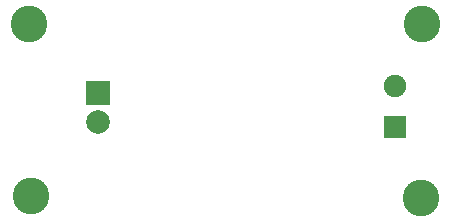
<source format=gbs>
G04*
G04 #@! TF.GenerationSoftware,Altium Limited,Altium Designer,19.1.6 (110)*
G04*
G04 Layer_Color=16711935*
%FSLAX43Y43*%
%MOMM*%
G71*
G01*
G75*
%ADD25R,1.900X1.900*%
%ADD26C,1.900*%
%ADD27R,2.000X2.000*%
%ADD28C,2.000*%
%ADD29C,3.100*%
D25*
X32800Y7850D02*
D03*
D26*
Y11350D02*
D03*
D27*
X7650Y10750D02*
D03*
D28*
Y8250D02*
D03*
D29*
X35000Y1800D02*
D03*
X2000Y2000D02*
D03*
X1800Y16600D02*
D03*
X35100D02*
D03*
M02*

</source>
